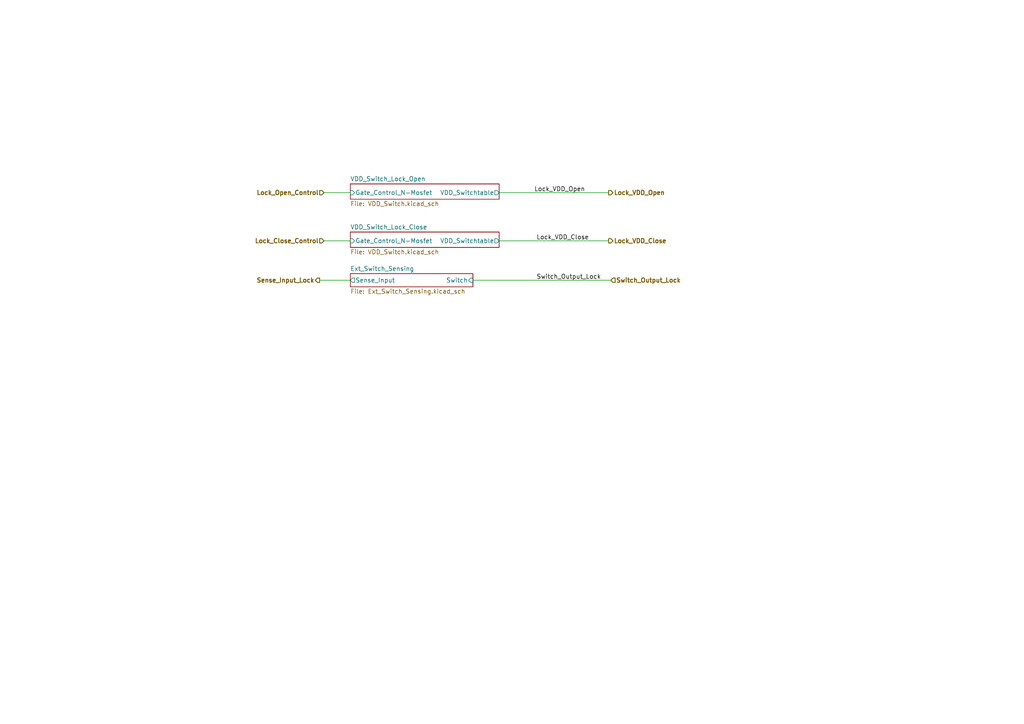
<source format=kicad_sch>
(kicad_sch
	(version 20231120)
	(generator "eeschema")
	(generator_version "8.0")
	(uuid "829bf2fb-0cbe-499c-a458-8d59c8c34551")
	(paper "A4")
	(lib_symbols)
	(wire
		(pts
			(xy 93.98 69.85) (xy 101.6 69.85)
		)
		(stroke
			(width 0)
			(type default)
		)
		(uuid "35b36330-2cf8-45ed-8dc0-dbf704c0c464")
	)
	(wire
		(pts
			(xy 93.98 55.88) (xy 101.6 55.88)
		)
		(stroke
			(width 0)
			(type default)
		)
		(uuid "a14a2471-e56f-4658-90f7-80eaac6dfda0")
	)
	(wire
		(pts
			(xy 92.71 81.28) (xy 101.6 81.28)
		)
		(stroke
			(width 0)
			(type default)
		)
		(uuid "b070bb55-0228-4296-a3e8-7ee4030ef808")
	)
	(wire
		(pts
			(xy 144.78 69.85) (xy 176.53 69.85)
		)
		(stroke
			(width 0)
			(type default)
		)
		(uuid "dea808fb-8ecd-4963-9d95-bd31b306a2df")
	)
	(wire
		(pts
			(xy 137.16 81.28) (xy 177.165 81.28)
		)
		(stroke
			(width 0)
			(type default)
		)
		(uuid "e301da27-6144-419d-9a60-ba17f7656a44")
	)
	(wire
		(pts
			(xy 144.78 55.88) (xy 176.53 55.88)
		)
		(stroke
			(width 0)
			(type default)
		)
		(uuid "e8bce64b-d205-47d8-b342-035aaa09b251")
	)
	(label "Lock_VDD_Open"
		(at 154.94 55.88 0)
		(fields_autoplaced yes)
		(effects
			(font
				(size 1.27 1.27)
			)
			(justify left bottom)
		)
		(uuid "07f6740e-0c2d-4dbd-8b5e-198fcb5e8890")
	)
	(label "Lock_VDD_Close"
		(at 155.575 69.85 0)
		(fields_autoplaced yes)
		(effects
			(font
				(size 1.27 1.27)
			)
			(justify left bottom)
		)
		(uuid "5751e8b1-f339-4c71-9edf-8cc9dd05e734")
	)
	(label "Switch_Output_Lock"
		(at 155.575 81.28 0)
		(fields_autoplaced yes)
		(effects
			(font
				(size 1.27 1.27)
			)
			(justify left bottom)
		)
		(uuid "c1a0330c-7a91-492f-add5-a9d1bcc4f2f8")
	)
	(hierarchical_label "Switch_Output_Lock"
		(shape input)
		(at 177.165 81.28 0)
		(fields_autoplaced yes)
		(effects
			(font
				(size 1.27 1.27)
				(bold yes)
			)
			(justify left)
		)
		(uuid "0da03d81-c368-48bd-8c52-f71dbd2d30db")
	)
	(hierarchical_label "Lock_Open_Control"
		(shape input)
		(at 93.98 55.88 180)
		(fields_autoplaced yes)
		(effects
			(font
				(size 1.27 1.27)
				(bold yes)
			)
			(justify right)
		)
		(uuid "20f92dd2-6c71-49a8-90b4-1dcf58f6b837")
	)
	(hierarchical_label "Sense_Input_Lock"
		(shape output)
		(at 92.71 81.28 180)
		(fields_autoplaced yes)
		(effects
			(font
				(size 1.27 1.27)
				(bold yes)
			)
			(justify right)
		)
		(uuid "3eb8abcd-1d94-463d-8010-cf3042c13f07")
	)
	(hierarchical_label "Lock_VDD_Close"
		(shape output)
		(at 176.53 69.85 0)
		(fields_autoplaced yes)
		(effects
			(font
				(size 1.27 1.27)
				(bold yes)
			)
			(justify left)
		)
		(uuid "6a59a092-4acd-4675-9f9d-221dd52df4f2")
	)
	(hierarchical_label "Lock_Close_Control"
		(shape input)
		(at 93.98 69.85 180)
		(fields_autoplaced yes)
		(effects
			(font
				(size 1.27 1.27)
				(bold yes)
			)
			(justify right)
		)
		(uuid "85bbb36c-65a4-4bb9-b0f3-7de8b333109c")
	)
	(hierarchical_label "Lock_VDD_Open"
		(shape output)
		(at 176.53 55.88 0)
		(fields_autoplaced yes)
		(effects
			(font
				(size 1.27 1.27)
				(bold yes)
			)
			(justify left)
		)
		(uuid "a1d61627-6b21-4c63-b83b-8f7f21b91dbe")
	)
	(sheet
		(at 101.6 53.34)
		(size 43.18 4.445)
		(fields_autoplaced yes)
		(stroke
			(width 0.1524)
			(type solid)
		)
		(fill
			(color 0 0 0 0.0000)
		)
		(uuid "15668dfa-94df-40b3-a544-41fd1fccc398")
		(property "Sheetname" "VDD_Switch_Lock_Open"
			(at 101.6 52.6284 0)
			(effects
				(font
					(size 1.27 1.27)
				)
				(justify left bottom)
			)
		)
		(property "Sheetfile" "VDD_Switch.kicad_sch"
			(at 101.6 58.3696 0)
			(effects
				(font
					(size 1.27 1.27)
				)
				(justify left top)
			)
		)
		(pin "Gate_Control_N-Mosfet" input
			(at 101.6 55.88 180)
			(effects
				(font
					(size 1.27 1.27)
				)
				(justify left)
			)
			(uuid "86f841de-362b-4ff0-a1a6-a4519f6ae035")
		)
		(pin "VDD_Switchtable" output
			(at 144.78 55.88 0)
			(effects
				(font
					(size 1.27 1.27)
				)
				(justify right)
			)
			(uuid "8944bf14-e311-4337-85c2-fb6cb808dda4")
		)
		(instances
			(project "Drawer_Controller_v4.1"
				(path "/57f8c193-fe09-43d3-9441-dbd40881d2aa/43bcf634-e9c3-4351-a59f-ee0dcec3115a"
					(page "6")
				)
			)
		)
	)
	(sheet
		(at 101.6 79.375)
		(size 35.56 3.81)
		(fields_autoplaced yes)
		(stroke
			(width 0.1524)
			(type solid)
		)
		(fill
			(color 0 0 0 0.0000)
		)
		(uuid "b926a9c7-0ab5-42b5-a6cc-eed2281bf581")
		(property "Sheetname" "Ext_Switch_Sensing"
			(at 101.6 78.6634 0)
			(effects
				(font
					(size 1.27 1.27)
				)
				(justify left bottom)
			)
		)
		(property "Sheetfile" "Ext_Switch_Sensing.kicad_sch"
			(at 101.6 83.7696 0)
			(effects
				(font
					(size 1.27 1.27)
				)
				(justify left top)
			)
		)
		(pin "Sense_Input" output
			(at 101.6 81.28 180)
			(effects
				(font
					(size 1.27 1.27)
				)
				(justify left)
			)
			(uuid "f540065f-ffbc-425a-ba5f-1b85a5555ceb")
		)
		(pin "Switch" input
			(at 137.16 81.28 0)
			(effects
				(font
					(size 1.27 1.27)
				)
				(justify right)
			)
			(uuid "e6b8065c-a289-4c67-a242-04c63ec33b34")
		)
		(instances
			(project "Drawer_Controller_v4.1"
				(path "/57f8c193-fe09-43d3-9441-dbd40881d2aa/43bcf634-e9c3-4351-a59f-ee0dcec3115a"
					(page "4")
				)
			)
		)
	)
	(sheet
		(at 101.6 67.31)
		(size 43.18 4.445)
		(fields_autoplaced yes)
		(stroke
			(width 0.1524)
			(type solid)
		)
		(fill
			(color 0 0 0 0.0000)
		)
		(uuid "cc31505b-5a69-4cae-b717-7ca611d3309b")
		(property "Sheetname" "VDD_Switch_Lock_Close"
			(at 101.6 66.5984 0)
			(effects
				(font
					(size 1.27 1.27)
				)
				(justify left bottom)
			)
		)
		(property "Sheetfile" "VDD_Switch.kicad_sch"
			(at 101.6 72.3396 0)
			(effects
				(font
					(size 1.27 1.27)
				)
				(justify left top)
			)
		)
		(pin "Gate_Control_N-Mosfet" input
			(at 101.6 69.85 180)
			(effects
				(font
					(size 1.27 1.27)
				)
				(justify left)
			)
			(uuid "e0267dbe-2ec0-451e-8d34-8b1c6fef587b")
		)
		(pin "VDD_Switchtable" output
			(at 144.78 69.85 0)
			(effects
				(font
					(size 1.27 1.27)
				)
				(justify right)
			)
			(uuid "4255efde-2b7d-481d-a22e-96a4618a9917")
		)
		(instances
			(project "Drawer_Controller_v4.1"
				(path "/57f8c193-fe09-43d3-9441-dbd40881d2aa/43bcf634-e9c3-4351-a59f-ee0dcec3115a"
					(page "5")
				)
			)
		)
	)
)
</source>
